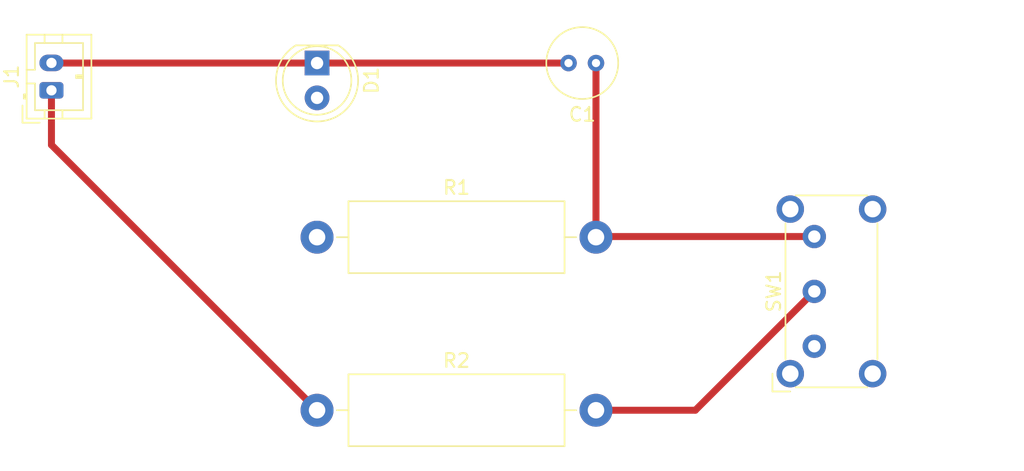
<source format=kicad_pcb>
(kicad_pcb (version 20211014) (generator pcbnew)
  (layers (0 "F.Cu" signal) (31 "B.Cu" signal) (34 "B.Paste" user) (35 "F.Paste" user) (36 "B.SilkS" user "B.Silkscreen") (37 "F.SilkS" user "F.Silkscreen") (38 "B.Mask" user) (39 "F.Mask" user) (44 "Edge.Cuts" user))
  (net 0 "")
  (net 1 "Net-(C1-Pad1)")
  (net 2 "Net-(C1-Pad2)")
  (net 3 "Net-(D1-Pad2)")
  (net 4 "Net-(J1-Pad1)")
  (net 5 "Net-(R2-Pad2)")
  (footprint "Connector_JST:JST_PH_B2B-PH-K_1x02_P2.00mm_Vertical" (layer "F.Cu") (at 115.27 88.35 90)
    (fp_text reference "J1" (at 1 -2.9 90) (layer "F.SilkS"))
    (fp_text value "9.1 V")
    (fp_line (start -2.06 -0.5) (end -1.45 -0.5) (layer "F.SilkS") (width 0.12))
    (fp_line (start 1.1 1.8) (end 1.1 2.3) (layer "F.SilkS") (width 0.12))
    (fp_line (start 4.06 2.91) (end 4.06 -1.81) (layer "F.SilkS") (width 0.12))
    (fp_line (start -2.06 2.91) (end 4.06 2.91) (layer "F.SilkS") (width 0.12))
    (fp_line (start 0.5 -1.81) (end 0.5 -1.2) (layer "F.SilkS") (width 0.12))
    (fp_line (start -1.45 -1.2) (end -1.45 2.3) (layer "F.SilkS") (width 0.12))
    (fp_line (start -2.36 -2.11) (end -2.36 -0.86) (layer "F.SilkS") (width 0.12))
    (fp_line (start 4.06 -1.81) (end -2.06 -1.81) (layer "F.SilkS") (width 0.12))
    (fp_line (start 4.06 0.8) (end 3.45 0.8) (layer "F.SilkS") (width 0.12))
    (fp_line (start 0.9 2.3) (end 0.9 1.8) (layer "F.SilkS") (width 0.12))
    (fp_line (start 3.45 -1.2) (end 1.5 -1.2) (layer "F.SilkS") (width 0.12))
    (fp_line (start 0.9 1.8) (end 1.1 1.8) (layer "F.SilkS") (width 0.12))
    (fp_line (start 3.45 2.3) (end 3.45 -1.2) (layer "F.SilkS") (width 0.12))
    (fp_line (start -1.11 -2.11) (end -2.36 -2.11) (layer "F.SilkS") (width 0.12))
    (fp_line (start -0.3 -1.81) (end -0.3 -2.01) (layer "F.SilkS") (width 0.12))
    (fp_line (start -2.06 0.8) (end -1.45 0.8) (layer "F.SilkS") (width 0.12))
    (fp_line (start -0.6 -2.01) (end -0.6 -1.81) (layer "F.SilkS") (width 0.12))
    (fp_line (start -0.3 -2.01) (end -0.6 -2.01) (layer "F.SilkS") (width 0.12))
    (fp_line (start 4.06 -0.5) (end 3.45 -0.5) (layer "F.SilkS") (width 0.12))
    (fp_line (start -0.3 -1.91) (end -0.6 -1.91) (layer "F.SilkS") (width 0.12))
    (fp_line (start 1.5 -1.2) (end 1.5 -1.81) (layer "F.SilkS") (width 0.12))
    (fp_line (start 1 2.3) (end 1 1.8) (layer "F.SilkS") (width 0.12))
    (fp_line (start -2.06 -1.81) (end -2.06 2.91) (layer "F.SilkS") (width 0.12))
    (fp_line (start 0.5 -1.2) (end -1.45 -1.2) (layer "F.SilkS") (width 0.12))
    (fp_line (start -1.45 2.3) (end 3.45 2.3) (layer "F.SilkS") (width 0.12))
    (pad "1" thru_hole roundrect (at 0 0 90) (size 1.2 1.75) (drill 0.75) (layers *.Cu *.Mask) (roundrect_rratio 0.2083333333) (net 4 "Net-(J1-Pad1)"))
    (pad "2" thru_hole oval (at 2 0 90) (size 1.2 1.75) (drill 0.75) (layers *.Cu *.Mask) (net 2 "Net-(C1-Pad2)"))
  )
  (footprint "Capacitor_THT:C_Radial_D5.0mm_H5.0mm_P2.00mm" (layer "F.Cu") (at 154.94 86.36 180)
    (fp_text reference "C1" (at 1 -3.75) (layer "F.SilkS"))
    (fp_text value "4.7 uF")
    (fp_circle (center 1 0) (end 3.62 0) (layer "F.SilkS") (width 0.12) (fill none))
    (pad "1" thru_hole circle (at 0 0 180) (size 1.2 1.2) (drill 0.6) (layers *.Cu *.Mask) (net 1 "Net-(C1-Pad1)"))
    (pad "2" thru_hole circle (at 2 0 180) (size 1.2 1.2) (drill 0.6) (layers *.Cu *.Mask) (net 2 "Net-(C1-Pad2)"))
  )
  (footprint "LED_THT:LED_D5.0mm" (layer "F.Cu") (at 134.62 86.36 -90)
    (fp_text reference "D1" (at 1.27 -3.96 90) (layer "F.SilkS"))
    (fp_text value "LED")
    (fp_line (start -1.29 -1.545) (end -1.29 1.545) (layer "F.SilkS") (width 0.12))
    (fp_arc (start -1.29 -1.54483) (mid 2.072002 -2.880433) (end 4.26 0.000462) (layer "F.SilkS") (width 0.12))
    (fp_arc (start 4.26 -0.000462) (mid 2.072002 2.880433) (end -1.29 1.54483) (layer "F.SilkS") (width 0.12))
    (fp_circle (center 1.27 0) (end 3.77 0) (layer "F.SilkS") (width 0.12) (fill none))
    (pad "1" thru_hole rect (at 0 0 270) (size 1.8 1.8) (drill 0.9) (layers *.Cu *.Mask) (net 2 "Net-(C1-Pad2)"))
    (pad "2" thru_hole circle (at 2.54 0 270) (size 1.8 1.8) (drill 0.9) (layers *.Cu *.Mask) (net 3 "Net-(D1-Pad2)"))
  )
  (footprint "Button_Switch_THT:SW_E-Switch_EG1224_SPDT_Angled" (layer "F.Cu") (at 170.845 107.0125 90)
    (fp_text reference "SW1" (at 4 -2.95 90) (layer "F.SilkS"))
    (fp_text value "SW_SPDT")
    (fp_line (start -3 3.85) (end -3 -1.35) (layer "F.SilkS") (width 0.12))
    (fp_line (start -3.3 -3.05) (end -2 -3.05) (layer "F.SilkS") (width 0.12))
    (fp_line (start 8.95 4.6) (end -0.95 4.6) (layer "F.SilkS") (width 0.12))
    (fp_line (start 11 -1.35) (end 11 3.85) (layer "F.SilkS") (width 0.12))
    (fp_line (start -0.95 -2.1) (end 8.95 -2.1) (layer "F.SilkS") (width 0.12))
    (fp_line (start -3.3 -1.75) (end -3.3 -3.05) (layer "F.SilkS") (width 0.12))
    (pad "" thru_hole circle (at -2 -1.75 90) (size 2 2) (drill 1.2) (layers *.Cu *.Mask))
    (pad "" thru_hole circle (at -2 4.25 90) (size 2 2) (drill 1.2) (layers *.Cu *.Mask))
    (pad "" thru_hole circle (at 10 -1.75 90) (size 2 2) (drill 1.2) (layers *.Cu *.Mask))
    (pad "" thru_hole circle (at 10 4.25 90) (size 2 2) (drill 1.2) (layers *.Cu *.Mask))
    (pad "1" thru_hole circle (at 0 0 90) (size 1.7 1.7) (drill 0.9) (layers *.Cu *.Mask))
    (pad "2" thru_hole circle (at 4 0 90) (size 1.7 1.7) (drill 0.9) (layers *.Cu *.Mask) (net 5 "Net-(R2-Pad2)"))
    (pad "3" thru_hole circle (at 8 0 90) (size 1.7 1.7) (drill 0.9) (layers *.Cu *.Mask) (net 1 "Net-(C1-Pad1)"))
  )
  (footprint "Resistor_THT:R_Axial_DIN0516_L15.5mm_D5.0mm_P20.32mm_Horizontal" (layer "F.Cu") (at 134.62 111.68)
    (fp_text reference "R2" (at 10.16 -3.62) (layer "F.SilkS"))
    (fp_text value "2.2 kΩ")
    (fp_line (start 18.03 -2.62) (end 2.29 -2.62) (layer "F.SilkS") (width 0.12))
    (fp_line (start 1.44 0) (end 2.29 0) (layer "F.SilkS") (width 0.12))
    (fp_line (start 18.88 0) (end 18.03 0) (layer "F.SilkS") (width 0.12))
    (fp_line (start 2.29 -2.62) (end 2.29 2.62) (layer "F.SilkS") (width 0.12))
    (fp_line (start 2.29 2.62) (end 18.03 2.62) (layer "F.SilkS") (width 0.12))
    (fp_line (start 18.03 2.62) (end 18.03 -2.62) (layer "F.SilkS") (width 0.12))
    (pad "1" thru_hole circle (at 0 0) (size 2.4 2.4) (drill 1.2) (layers *.Cu *.Mask) (net 4 "Net-(J1-Pad1)"))
    (pad "2" thru_hole oval (at 20.32 0) (size 2.4 2.4) (drill 1.2) (layers *.Cu *.Mask) (net 5 "Net-(R2-Pad2)"))
  )
  (footprint "Resistor_THT:R_Axial_DIN0516_L15.5mm_D5.0mm_P20.32mm_Horizontal" (layer "F.Cu") (at 134.62 99.06)
    (fp_text reference "R1" (at 10.16 -3.62) (layer "F.SilkS"))
    (fp_text value "20 kΩ")
    (fp_line (start 18.03 2.62) (end 18.03 -2.62) (layer "F.SilkS") (width 0.12))
    (fp_line (start 1.44 0) (end 2.29 0) (layer "F.SilkS") (width 0.12))
    (fp_line (start 2.29 2.62) (end 18.03 2.62) (layer "F.SilkS") (width 0.12))
    (fp_line (start 18.03 -2.62) (end 2.29 -2.62) (layer "F.SilkS") (width 0.12))
    (fp_line (start 18.88 0) (end 18.03 0) (layer "F.SilkS") (width 0.12))
    (fp_line (start 2.29 -2.62) (end 2.29 2.62) (layer "F.SilkS") (width 0.12))
    (pad "1" thru_hole circle (at 0 0) (size 2.4 2.4) (drill 1.2) (layers *.Cu *.Mask) (net 3 "Net-(D1-Pad2)"))
    (pad "2" thru_hole oval (at 20.32 0) (size 2.4 2.4) (drill 1.2) (layers *.Cu *.Mask) (net 1 "Net-(C1-Pad1)"))
  )
  (segment (start 154.9875 99.0125) (end 154.94 99.06) (width 0.508) (layer "F.Cu") (net 1))
  (segment (start 170.845 99.0125) (end 154.9875 99.0125) (width 0.508) (layer "F.Cu") (net 1))
  (segment (start 154.94 99.06) (end 154.94 86.36) (width 0.508) (layer "F.Cu") (net 1))
  (segment (start 134.62 86.36) (end 115.28 86.36) (width 0.508) (layer "F.Cu") (net 2))
  (segment (start 115.28 86.36) (end 115.27 86.35) (width 0.508) (layer "F.Cu") (net 2))
  (segment (start 152.94 86.36) (end 134.62 86.36) (width 0.508) (layer "F.Cu") (net 2))
  (segment (start 115.27 92.33) (end 134.62 111.68) (width 0.508) (layer "F.Cu") (net 4))
  (segment (start 115.27 88.35) (end 115.27 92.33) (width 0.508) (layer "F.Cu") (net 4))
  (segment (start 170.845 103.0125) (end 162.1775 111.68) (width 0.508) (layer "F.Cu") (net 5))
  (segment (start 162.1775 111.68) (end 154.94 111.68) (width 0.508) (layer "F.Cu") (net 5))
  (segment (start 160.02 111.76) (end 159.94 111.68) (width 0.25) (layer "F.Cu") (net 5))
)
</source>
